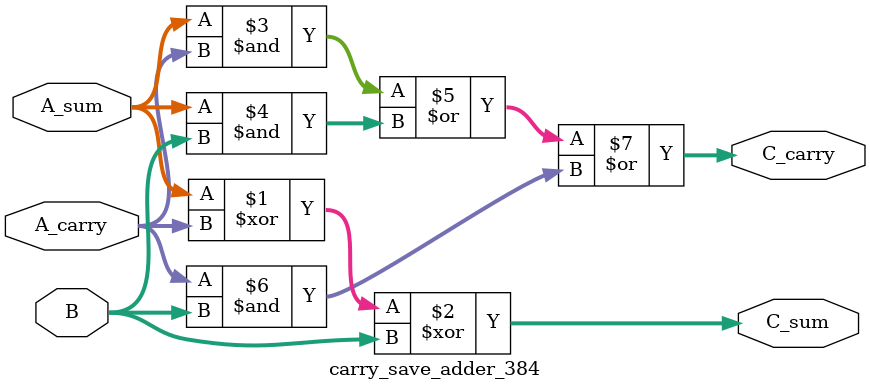
<source format=v>
module carry_save_adder_384 (
    input  [383:0] A_sum,
    input  [383:0] A_carry,
    input  [383:0] B,
    output [383:0] C_sum,
    output [383:0] C_carry
);

    assign C_sum   = A_sum ^ A_carry ^ B;  // bitwise XOR
    assign C_carry = (A_sum & A_carry) | (A_sum & B) | (A_carry & B); // bitwise majority

    // canonical form is C_sum + (C_carry << 1)

endmodule
</source>
